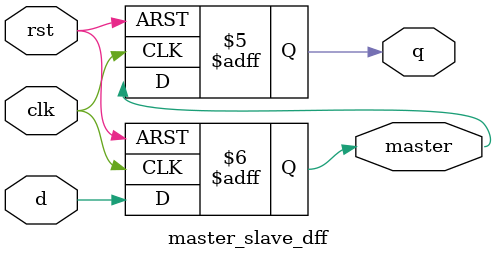
<source format=sv>
module master_slave_dff(clk,rst,d,master,q);
  input clk,rst,d;
  output reg master,q;
  always @(posedge clk,negedge rst)
    begin
      if(!rst)
        master<=0;
      else
        master<=d;
    end
  always @(negedge clk, negedge rst)
    begin
      if(!rst)
        q<=0;
      else
        q<=master;
    end
endmodule

</source>
